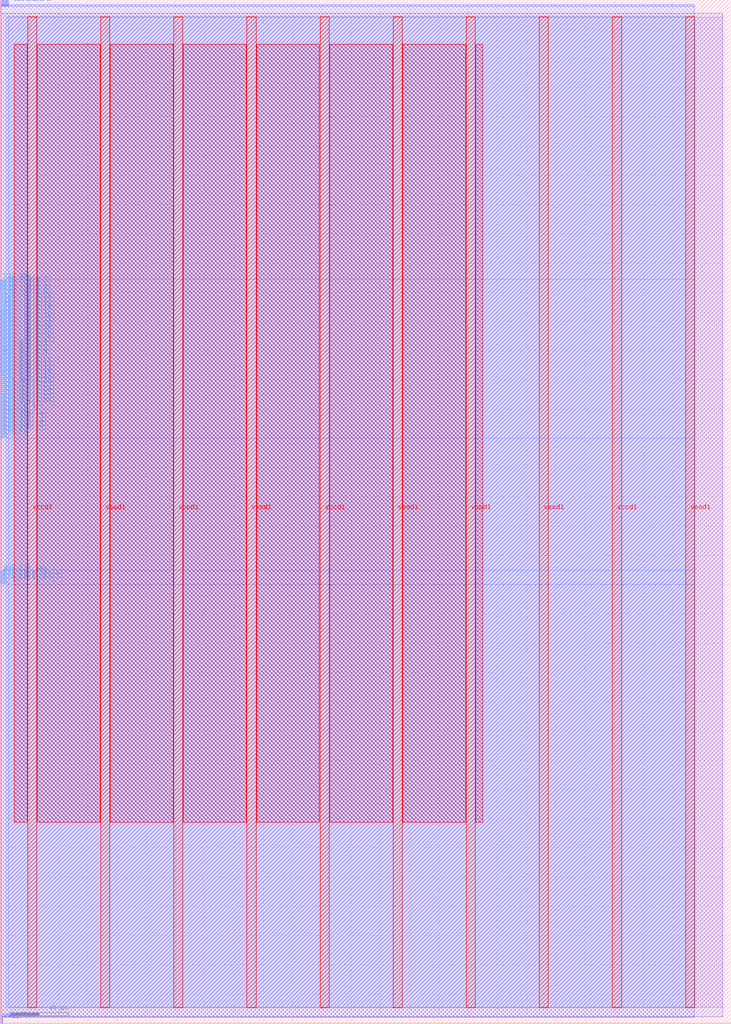
<source format=lef>
VERSION 5.7 ;
  NOWIREEXTENSIONATPIN ON ;
  DIVIDERCHAR "/" ;
  BUSBITCHARS "[]" ;
MACRO usb_top
  CLASS BLOCK ;
  FOREIGN usb_top ;
  ORIGIN 0.000 0.000 ;
  SIZE 500.000 BY 700.000 ;
  PIN app_clk
    DIRECTION INPUT ;
    USE SIGNAL ;
    PORT
      LAYER met3 ;
        RECT 0.000 308.760 4.000 309.360 ;
    END
  END app_clk
  PIN cfg_cska_usb[0]
    DIRECTION INPUT ;
    USE SIGNAL ;
    PORT
      LAYER met3 ;
        RECT 0.000 304.680 4.000 305.280 ;
    END
  END cfg_cska_usb[0]
  PIN cfg_cska_usb[1]
    DIRECTION INPUT ;
    USE SIGNAL ;
    PORT
      LAYER met3 ;
        RECT 0.000 303.320 4.000 303.920 ;
    END
  END cfg_cska_usb[1]
  PIN cfg_cska_usb[2]
    DIRECTION INPUT ;
    USE SIGNAL ;
    PORT
      LAYER met3 ;
        RECT 0.000 301.960 4.000 302.560 ;
    END
  END cfg_cska_usb[2]
  PIN cfg_cska_usb[3]
    DIRECTION INPUT ;
    USE SIGNAL ;
    PORT
      LAYER met3 ;
        RECT 0.000 300.600 4.000 301.200 ;
    END
  END cfg_cska_usb[3]
  PIN reg_ack
    DIRECTION OUTPUT TRISTATE ;
    USE SIGNAL ;
    PORT
      LAYER met3 ;
        RECT 0.000 508.000 4.000 508.600 ;
    END
  END reg_ack
  PIN reg_addr[0]
    DIRECTION INPUT ;
    USE SIGNAL ;
    PORT
      LAYER met3 ;
        RECT 0.000 414.160 4.000 414.760 ;
    END
  END reg_addr[0]
  PIN reg_addr[1]
    DIRECTION INPUT ;
    USE SIGNAL ;
    PORT
      LAYER met3 ;
        RECT 0.000 412.800 4.000 413.400 ;
    END
  END reg_addr[1]
  PIN reg_addr[2]
    DIRECTION INPUT ;
    USE SIGNAL ;
    PORT
      LAYER met3 ;
        RECT 0.000 411.440 4.000 412.040 ;
    END
  END reg_addr[2]
  PIN reg_addr[3]
    DIRECTION INPUT ;
    USE SIGNAL ;
    PORT
      LAYER met3 ;
        RECT 0.000 410.080 4.000 410.680 ;
    END
  END reg_addr[3]
  PIN reg_addr[4]
    DIRECTION INPUT ;
    USE SIGNAL ;
    PORT
      LAYER met3 ;
        RECT 0.000 408.720 4.000 409.320 ;
    END
  END reg_addr[4]
  PIN reg_addr[5]
    DIRECTION INPUT ;
    USE SIGNAL ;
    PORT
      LAYER met3 ;
        RECT 0.000 407.360 4.000 407.960 ;
    END
  END reg_addr[5]
  PIN reg_addr[6]
    DIRECTION INPUT ;
    USE SIGNAL ;
    PORT
      LAYER met3 ;
        RECT 0.000 406.000 4.000 406.600 ;
    END
  END reg_addr[6]
  PIN reg_addr[7]
    DIRECTION INPUT ;
    USE SIGNAL ;
    PORT
      LAYER met3 ;
        RECT 0.000 404.640 4.000 405.240 ;
    END
  END reg_addr[7]
  PIN reg_addr[8]
    DIRECTION INPUT ;
    USE SIGNAL ;
    PORT
      LAYER met3 ;
        RECT 0.000 403.280 4.000 403.880 ;
    END
  END reg_addr[8]
  PIN reg_be[0]
    DIRECTION INPUT ;
    USE SIGNAL ;
    PORT
      LAYER met3 ;
        RECT 0.000 419.600 4.000 420.200 ;
    END
  END reg_be[0]
  PIN reg_be[1]
    DIRECTION INPUT ;
    USE SIGNAL ;
    PORT
      LAYER met3 ;
        RECT 0.000 418.240 4.000 418.840 ;
    END
  END reg_be[1]
  PIN reg_be[2]
    DIRECTION INPUT ;
    USE SIGNAL ;
    PORT
      LAYER met3 ;
        RECT 0.000 416.880 4.000 417.480 ;
    END
  END reg_be[2]
  PIN reg_be[3]
    DIRECTION INPUT ;
    USE SIGNAL ;
    PORT
      LAYER met3 ;
        RECT 0.000 415.520 4.000 416.120 ;
    END
  END reg_be[3]
  PIN reg_cs
    DIRECTION INPUT ;
    USE SIGNAL ;
    PORT
      LAYER met3 ;
        RECT 0.000 400.560 4.000 401.160 ;
    END
  END reg_cs
  PIN reg_rdata[0]
    DIRECTION OUTPUT TRISTATE ;
    USE SIGNAL ;
    PORT
      LAYER met3 ;
        RECT 0.000 506.640 4.000 507.240 ;
    END
  END reg_rdata[0]
  PIN reg_rdata[10]
    DIRECTION OUTPUT TRISTATE ;
    USE SIGNAL ;
    PORT
      LAYER met3 ;
        RECT 0.000 493.040 4.000 493.640 ;
    END
  END reg_rdata[10]
  PIN reg_rdata[11]
    DIRECTION OUTPUT TRISTATE ;
    USE SIGNAL ;
    PORT
      LAYER met3 ;
        RECT 0.000 491.680 4.000 492.280 ;
    END
  END reg_rdata[11]
  PIN reg_rdata[12]
    DIRECTION OUTPUT TRISTATE ;
    USE SIGNAL ;
    PORT
      LAYER met3 ;
        RECT 0.000 490.320 4.000 490.920 ;
    END
  END reg_rdata[12]
  PIN reg_rdata[13]
    DIRECTION OUTPUT TRISTATE ;
    USE SIGNAL ;
    PORT
      LAYER met3 ;
        RECT 0.000 488.960 4.000 489.560 ;
    END
  END reg_rdata[13]
  PIN reg_rdata[14]
    DIRECTION OUTPUT TRISTATE ;
    USE SIGNAL ;
    PORT
      LAYER met3 ;
        RECT 0.000 487.600 4.000 488.200 ;
    END
  END reg_rdata[14]
  PIN reg_rdata[15]
    DIRECTION OUTPUT TRISTATE ;
    USE SIGNAL ;
    PORT
      LAYER met3 ;
        RECT 0.000 486.240 4.000 486.840 ;
    END
  END reg_rdata[15]
  PIN reg_rdata[16]
    DIRECTION OUTPUT TRISTATE ;
    USE SIGNAL ;
    PORT
      LAYER met3 ;
        RECT 0.000 484.880 4.000 485.480 ;
    END
  END reg_rdata[16]
  PIN reg_rdata[17]
    DIRECTION OUTPUT TRISTATE ;
    USE SIGNAL ;
    PORT
      LAYER met3 ;
        RECT 0.000 483.520 4.000 484.120 ;
    END
  END reg_rdata[17]
  PIN reg_rdata[18]
    DIRECTION OUTPUT TRISTATE ;
    USE SIGNAL ;
    PORT
      LAYER met3 ;
        RECT 0.000 482.160 4.000 482.760 ;
    END
  END reg_rdata[18]
  PIN reg_rdata[19]
    DIRECTION OUTPUT TRISTATE ;
    USE SIGNAL ;
    PORT
      LAYER met3 ;
        RECT 0.000 480.800 4.000 481.400 ;
    END
  END reg_rdata[19]
  PIN reg_rdata[1]
    DIRECTION OUTPUT TRISTATE ;
    USE SIGNAL ;
    PORT
      LAYER met3 ;
        RECT 0.000 505.280 4.000 505.880 ;
    END
  END reg_rdata[1]
  PIN reg_rdata[20]
    DIRECTION OUTPUT TRISTATE ;
    USE SIGNAL ;
    PORT
      LAYER met3 ;
        RECT 0.000 479.440 4.000 480.040 ;
    END
  END reg_rdata[20]
  PIN reg_rdata[21]
    DIRECTION OUTPUT TRISTATE ;
    USE SIGNAL ;
    PORT
      LAYER met3 ;
        RECT 0.000 478.080 4.000 478.680 ;
    END
  END reg_rdata[21]
  PIN reg_rdata[22]
    DIRECTION OUTPUT TRISTATE ;
    USE SIGNAL ;
    PORT
      LAYER met3 ;
        RECT 0.000 476.720 4.000 477.320 ;
    END
  END reg_rdata[22]
  PIN reg_rdata[23]
    DIRECTION OUTPUT TRISTATE ;
    USE SIGNAL ;
    PORT
      LAYER met3 ;
        RECT 0.000 475.360 4.000 475.960 ;
    END
  END reg_rdata[23]
  PIN reg_rdata[24]
    DIRECTION OUTPUT TRISTATE ;
    USE SIGNAL ;
    PORT
      LAYER met3 ;
        RECT 0.000 474.000 4.000 474.600 ;
    END
  END reg_rdata[24]
  PIN reg_rdata[25]
    DIRECTION OUTPUT TRISTATE ;
    USE SIGNAL ;
    PORT
      LAYER met3 ;
        RECT 0.000 472.640 4.000 473.240 ;
    END
  END reg_rdata[25]
  PIN reg_rdata[26]
    DIRECTION OUTPUT TRISTATE ;
    USE SIGNAL ;
    PORT
      LAYER met3 ;
        RECT 0.000 471.280 4.000 471.880 ;
    END
  END reg_rdata[26]
  PIN reg_rdata[27]
    DIRECTION OUTPUT TRISTATE ;
    USE SIGNAL ;
    PORT
      LAYER met3 ;
        RECT 0.000 469.920 4.000 470.520 ;
    END
  END reg_rdata[27]
  PIN reg_rdata[28]
    DIRECTION OUTPUT TRISTATE ;
    USE SIGNAL ;
    PORT
      LAYER met3 ;
        RECT 0.000 468.560 4.000 469.160 ;
    END
  END reg_rdata[28]
  PIN reg_rdata[29]
    DIRECTION OUTPUT TRISTATE ;
    USE SIGNAL ;
    PORT
      LAYER met3 ;
        RECT 0.000 467.200 4.000 467.800 ;
    END
  END reg_rdata[29]
  PIN reg_rdata[2]
    DIRECTION OUTPUT TRISTATE ;
    USE SIGNAL ;
    PORT
      LAYER met3 ;
        RECT 0.000 503.920 4.000 504.520 ;
    END
  END reg_rdata[2]
  PIN reg_rdata[30]
    DIRECTION OUTPUT TRISTATE ;
    USE SIGNAL ;
    PORT
      LAYER met3 ;
        RECT 0.000 465.840 4.000 466.440 ;
    END
  END reg_rdata[30]
  PIN reg_rdata[31]
    DIRECTION OUTPUT TRISTATE ;
    USE SIGNAL ;
    PORT
      LAYER met3 ;
        RECT 0.000 464.480 4.000 465.080 ;
    END
  END reg_rdata[31]
  PIN reg_rdata[3]
    DIRECTION OUTPUT TRISTATE ;
    USE SIGNAL ;
    PORT
      LAYER met3 ;
        RECT 0.000 502.560 4.000 503.160 ;
    END
  END reg_rdata[3]
  PIN reg_rdata[4]
    DIRECTION OUTPUT TRISTATE ;
    USE SIGNAL ;
    PORT
      LAYER met3 ;
        RECT 0.000 501.200 4.000 501.800 ;
    END
  END reg_rdata[4]
  PIN reg_rdata[5]
    DIRECTION OUTPUT TRISTATE ;
    USE SIGNAL ;
    PORT
      LAYER met3 ;
        RECT 0.000 499.840 4.000 500.440 ;
    END
  END reg_rdata[5]
  PIN reg_rdata[6]
    DIRECTION OUTPUT TRISTATE ;
    USE SIGNAL ;
    PORT
      LAYER met3 ;
        RECT 0.000 498.480 4.000 499.080 ;
    END
  END reg_rdata[6]
  PIN reg_rdata[7]
    DIRECTION OUTPUT TRISTATE ;
    USE SIGNAL ;
    PORT
      LAYER met3 ;
        RECT 0.000 497.120 4.000 497.720 ;
    END
  END reg_rdata[7]
  PIN reg_rdata[8]
    DIRECTION OUTPUT TRISTATE ;
    USE SIGNAL ;
    PORT
      LAYER met3 ;
        RECT 0.000 495.760 4.000 496.360 ;
    END
  END reg_rdata[8]
  PIN reg_rdata[9]
    DIRECTION OUTPUT TRISTATE ;
    USE SIGNAL ;
    PORT
      LAYER met3 ;
        RECT 0.000 494.400 4.000 495.000 ;
    END
  END reg_rdata[9]
  PIN reg_wdata[0]
    DIRECTION INPUT ;
    USE SIGNAL ;
    PORT
      LAYER met3 ;
        RECT 0.000 463.120 4.000 463.720 ;
    END
  END reg_wdata[0]
  PIN reg_wdata[10]
    DIRECTION INPUT ;
    USE SIGNAL ;
    PORT
      LAYER met3 ;
        RECT 0.000 449.520 4.000 450.120 ;
    END
  END reg_wdata[10]
  PIN reg_wdata[11]
    DIRECTION INPUT ;
    USE SIGNAL ;
    PORT
      LAYER met3 ;
        RECT 0.000 448.160 4.000 448.760 ;
    END
  END reg_wdata[11]
  PIN reg_wdata[12]
    DIRECTION INPUT ;
    USE SIGNAL ;
    PORT
      LAYER met3 ;
        RECT 0.000 446.800 4.000 447.400 ;
    END
  END reg_wdata[12]
  PIN reg_wdata[13]
    DIRECTION INPUT ;
    USE SIGNAL ;
    PORT
      LAYER met3 ;
        RECT 0.000 445.440 4.000 446.040 ;
    END
  END reg_wdata[13]
  PIN reg_wdata[14]
    DIRECTION INPUT ;
    USE SIGNAL ;
    PORT
      LAYER met3 ;
        RECT 0.000 444.080 4.000 444.680 ;
    END
  END reg_wdata[14]
  PIN reg_wdata[15]
    DIRECTION INPUT ;
    USE SIGNAL ;
    PORT
      LAYER met3 ;
        RECT 0.000 442.720 4.000 443.320 ;
    END
  END reg_wdata[15]
  PIN reg_wdata[16]
    DIRECTION INPUT ;
    USE SIGNAL ;
    PORT
      LAYER met3 ;
        RECT 0.000 441.360 4.000 441.960 ;
    END
  END reg_wdata[16]
  PIN reg_wdata[17]
    DIRECTION INPUT ;
    USE SIGNAL ;
    PORT
      LAYER met3 ;
        RECT 0.000 440.000 4.000 440.600 ;
    END
  END reg_wdata[17]
  PIN reg_wdata[18]
    DIRECTION INPUT ;
    USE SIGNAL ;
    PORT
      LAYER met3 ;
        RECT 0.000 438.640 4.000 439.240 ;
    END
  END reg_wdata[18]
  PIN reg_wdata[19]
    DIRECTION INPUT ;
    USE SIGNAL ;
    PORT
      LAYER met3 ;
        RECT 0.000 437.280 4.000 437.880 ;
    END
  END reg_wdata[19]
  PIN reg_wdata[1]
    DIRECTION INPUT ;
    USE SIGNAL ;
    PORT
      LAYER met3 ;
        RECT 0.000 461.760 4.000 462.360 ;
    END
  END reg_wdata[1]
  PIN reg_wdata[20]
    DIRECTION INPUT ;
    USE SIGNAL ;
    PORT
      LAYER met3 ;
        RECT 0.000 435.920 4.000 436.520 ;
    END
  END reg_wdata[20]
  PIN reg_wdata[21]
    DIRECTION INPUT ;
    USE SIGNAL ;
    PORT
      LAYER met3 ;
        RECT 0.000 434.560 4.000 435.160 ;
    END
  END reg_wdata[21]
  PIN reg_wdata[22]
    DIRECTION INPUT ;
    USE SIGNAL ;
    PORT
      LAYER met3 ;
        RECT 0.000 433.200 4.000 433.800 ;
    END
  END reg_wdata[22]
  PIN reg_wdata[23]
    DIRECTION INPUT ;
    USE SIGNAL ;
    PORT
      LAYER met3 ;
        RECT 0.000 431.840 4.000 432.440 ;
    END
  END reg_wdata[23]
  PIN reg_wdata[24]
    DIRECTION INPUT ;
    USE SIGNAL ;
    PORT
      LAYER met3 ;
        RECT 0.000 430.480 4.000 431.080 ;
    END
  END reg_wdata[24]
  PIN reg_wdata[25]
    DIRECTION INPUT ;
    USE SIGNAL ;
    PORT
      LAYER met3 ;
        RECT 0.000 429.120 4.000 429.720 ;
    END
  END reg_wdata[25]
  PIN reg_wdata[26]
    DIRECTION INPUT ;
    USE SIGNAL ;
    PORT
      LAYER met3 ;
        RECT 0.000 427.760 4.000 428.360 ;
    END
  END reg_wdata[26]
  PIN reg_wdata[27]
    DIRECTION INPUT ;
    USE SIGNAL ;
    PORT
      LAYER met3 ;
        RECT 0.000 426.400 4.000 427.000 ;
    END
  END reg_wdata[27]
  PIN reg_wdata[28]
    DIRECTION INPUT ;
    USE SIGNAL ;
    PORT
      LAYER met3 ;
        RECT 0.000 425.040 4.000 425.640 ;
    END
  END reg_wdata[28]
  PIN reg_wdata[29]
    DIRECTION INPUT ;
    USE SIGNAL ;
    PORT
      LAYER met3 ;
        RECT 0.000 423.680 4.000 424.280 ;
    END
  END reg_wdata[29]
  PIN reg_wdata[2]
    DIRECTION INPUT ;
    USE SIGNAL ;
    PORT
      LAYER met3 ;
        RECT 0.000 460.400 4.000 461.000 ;
    END
  END reg_wdata[2]
  PIN reg_wdata[30]
    DIRECTION INPUT ;
    USE SIGNAL ;
    PORT
      LAYER met3 ;
        RECT 0.000 422.320 4.000 422.920 ;
    END
  END reg_wdata[30]
  PIN reg_wdata[31]
    DIRECTION INPUT ;
    USE SIGNAL ;
    PORT
      LAYER met3 ;
        RECT 0.000 420.960 4.000 421.560 ;
    END
  END reg_wdata[31]
  PIN reg_wdata[3]
    DIRECTION INPUT ;
    USE SIGNAL ;
    PORT
      LAYER met3 ;
        RECT 0.000 459.040 4.000 459.640 ;
    END
  END reg_wdata[3]
  PIN reg_wdata[4]
    DIRECTION INPUT ;
    USE SIGNAL ;
    PORT
      LAYER met3 ;
        RECT 0.000 457.680 4.000 458.280 ;
    END
  END reg_wdata[4]
  PIN reg_wdata[5]
    DIRECTION INPUT ;
    USE SIGNAL ;
    PORT
      LAYER met3 ;
        RECT 0.000 456.320 4.000 456.920 ;
    END
  END reg_wdata[5]
  PIN reg_wdata[6]
    DIRECTION INPUT ;
    USE SIGNAL ;
    PORT
      LAYER met3 ;
        RECT 0.000 454.960 4.000 455.560 ;
    END
  END reg_wdata[6]
  PIN reg_wdata[7]
    DIRECTION INPUT ;
    USE SIGNAL ;
    PORT
      LAYER met3 ;
        RECT 0.000 453.600 4.000 454.200 ;
    END
  END reg_wdata[7]
  PIN reg_wdata[8]
    DIRECTION INPUT ;
    USE SIGNAL ;
    PORT
      LAYER met3 ;
        RECT 0.000 452.240 4.000 452.840 ;
    END
  END reg_wdata[8]
  PIN reg_wdata[9]
    DIRECTION INPUT ;
    USE SIGNAL ;
    PORT
      LAYER met3 ;
        RECT 0.000 450.880 4.000 451.480 ;
    END
  END reg_wdata[9]
  PIN reg_wr
    DIRECTION INPUT ;
    USE SIGNAL ;
    PORT
      LAYER met3 ;
        RECT 0.000 401.920 4.000 402.520 ;
    END
  END reg_wr
  PIN usb_clk
    DIRECTION INPUT ;
    USE SIGNAL ;
    PORT
      LAYER met2 ;
        RECT 0.550 0.000 0.830 4.000 ;
    END
  END usb_clk
  PIN usb_in_dn
    DIRECTION INPUT ;
    USE SIGNAL ;
    PORT
      LAYER met2 ;
        RECT 1.470 696.000 1.750 700.000 ;
    END
  END usb_in_dn
  PIN usb_in_dp
    DIRECTION INPUT ;
    USE SIGNAL ;
    PORT
      LAYER met2 ;
        RECT 0.550 696.000 0.830 700.000 ;
    END
  END usb_in_dp
  PIN usb_intr_o
    DIRECTION OUTPUT TRISTATE ;
    USE SIGNAL ;
    PORT
      LAYER met2 ;
        RECT 5.150 696.000 5.430 700.000 ;
    END
  END usb_intr_o
  PIN usb_out_dn
    DIRECTION OUTPUT TRISTATE ;
    USE SIGNAL ;
    PORT
      LAYER met2 ;
        RECT 3.310 696.000 3.590 700.000 ;
    END
  END usb_out_dn
  PIN usb_out_dp
    DIRECTION OUTPUT TRISTATE ;
    USE SIGNAL ;
    PORT
      LAYER met2 ;
        RECT 2.390 696.000 2.670 700.000 ;
    END
  END usb_out_dp
  PIN usb_out_tx_oen
    DIRECTION OUTPUT TRISTATE ;
    USE SIGNAL ;
    PORT
      LAYER met2 ;
        RECT 4.230 696.000 4.510 700.000 ;
    END
  END usb_out_tx_oen
  PIN usb_rstn
    DIRECTION INPUT ;
    USE SIGNAL ;
    PORT
      LAYER met2 ;
        RECT 1.470 0.000 1.750 4.000 ;
    END
  END usb_rstn
  PIN vccd1
    DIRECTION INOUT ;
    USE POWER ;
    PORT
      LAYER met4 ;
        RECT 18.740 10.640 24.940 688.400 ;
    END
    PORT
      LAYER met4 ;
        RECT 118.740 10.640 124.940 688.400 ;
    END
    PORT
      LAYER met4 ;
        RECT 218.740 10.640 224.940 688.400 ;
    END
    PORT
      LAYER met4 ;
        RECT 318.740 10.640 324.940 688.400 ;
    END
    PORT
      LAYER met4 ;
        RECT 418.740 10.640 424.940 688.400 ;
    END
  END vccd1
  PIN vssd1
    DIRECTION INOUT ;
    USE GROUND ;
    PORT
      LAYER met4 ;
        RECT 68.740 10.640 74.940 688.400 ;
    END
    PORT
      LAYER met4 ;
        RECT 168.740 10.640 174.940 688.400 ;
    END
    PORT
      LAYER met4 ;
        RECT 268.740 10.640 274.940 688.400 ;
    END
    PORT
      LAYER met4 ;
        RECT 368.740 10.640 374.940 688.400 ;
    END
    PORT
      LAYER met4 ;
        RECT 468.740 10.640 474.940 688.400 ;
    END
  END vssd1
  PIN wbd_clk_int
    DIRECTION INPUT ;
    USE SIGNAL ;
    PORT
      LAYER met3 ;
        RECT 0.000 306.040 4.000 306.640 ;
    END
  END wbd_clk_int
  PIN wbd_clk_usb
    DIRECTION OUTPUT TRISTATE ;
    USE SIGNAL ;
    PORT
      LAYER met3 ;
        RECT 0.000 307.400 4.000 308.000 ;
    END
  END wbd_clk_usb
  OBS
      LAYER li1 ;
        RECT 5.520 10.795 494.040 688.245 ;
      LAYER met1 ;
        RECT 0.530 4.460 494.040 690.840 ;
      LAYER met2 ;
        RECT 1.110 695.720 1.190 696.730 ;
        RECT 2.030 695.720 2.110 696.730 ;
        RECT 2.950 695.720 3.030 696.730 ;
        RECT 3.870 695.720 3.950 696.730 ;
        RECT 4.790 695.720 4.870 696.730 ;
        RECT 5.710 695.720 474.850 696.730 ;
        RECT 0.560 4.280 474.850 695.720 ;
        RECT 1.110 4.000 1.190 4.280 ;
        RECT 2.030 4.000 474.850 4.280 ;
      LAYER met3 ;
        RECT 4.000 509.000 474.830 688.325 ;
        RECT 4.400 400.160 474.830 509.000 ;
        RECT 4.000 309.760 474.830 400.160 ;
        RECT 4.400 300.200 474.830 309.760 ;
        RECT 4.000 10.715 474.830 300.200 ;
      LAYER met4 ;
        RECT 9.495 137.535 18.340 669.625 ;
        RECT 25.340 137.535 68.340 669.625 ;
        RECT 75.340 137.535 118.340 669.625 ;
        RECT 125.340 137.535 168.340 669.625 ;
        RECT 175.340 137.535 218.340 669.625 ;
        RECT 225.340 137.535 268.340 669.625 ;
        RECT 275.340 137.535 318.340 669.625 ;
        RECT 325.340 137.535 329.985 669.625 ;
  END
END usb_top
END LIBRARY


</source>
